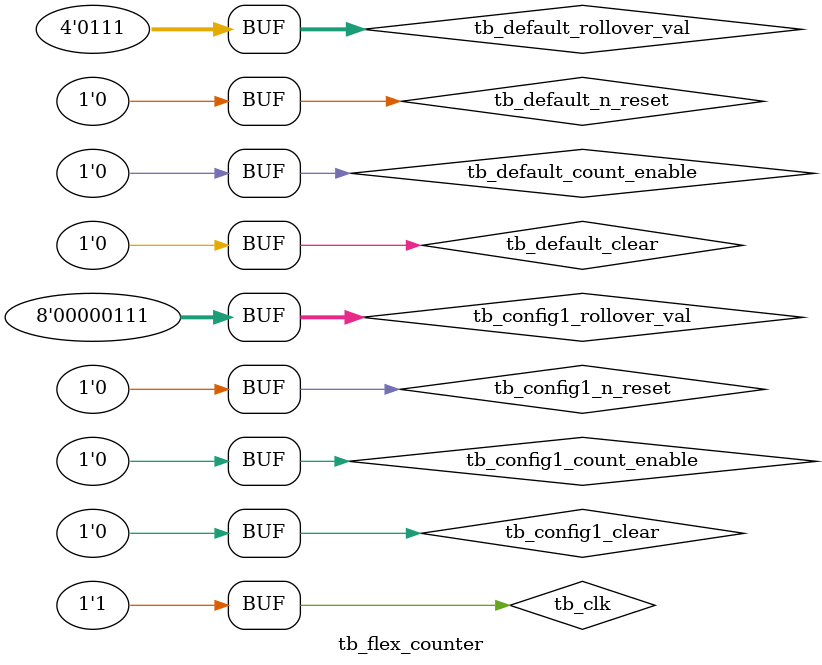
<source format=sv>

`timescale 1ns / 10ps

module tb_flex_counter ();

	// Define parameters
	// basic test bench parameters
	localparam	CLK_PERIOD	= 2.5;
	localparam	CHECK_DELAY = 1; // Check 1ns after the rising edge to allow for propagation delay
	
	// Shared Test Variables
	reg tb_clk;
	
	// Default Config Test Variables & constants
	localparam DEFAULT_SIZE = 4;
	localparam DEFAULT_MAX_BIT = (DEFAULT_SIZE - 1);
	localparam DEFAULT_MSB = 1;
	
	
	reg tb_default_n_reset;
	reg [DEFAULT_MAX_BIT:0] tb_default_rollover_val;
	reg tb_default_clear;
	reg tb_default_count_enable;
	reg [DEFAULT_MAX_BIT:0] tb_default_count_out;
	reg tb_default_rollover_flag;
	
	
	// DUT portmaps
	flex_counter DEFAULT
	(
		.clk(tb_clk),
		.n_rst(tb_default_n_reset),
		.rollover_val(tb_default_rollover_val),
		.clear(tb_default_clear),
		.count_enable(tb_default_count_enable),
		.count_out(tb_default_count_out),
		.rollover_flag(tb_default_rollover_flag)
	);
	

	// Clock generation block
	always
	begin
		tb_clk = 1'b0;
		#(CLK_PERIOD/2.0);
		tb_clk = 1'b1;
		#(CLK_PERIOD/2.0);
	end
	initial
	begin
	  tb_default_rollover_val = 4'b1111;
	  
	  tb_default_n_reset =1;
	  #(CLK_PERIOD);
	  tb_default_n_reset =0;
	   #(CLK_PERIOD);
	  tb_default_n_reset =1;
	  tb_default_count_enable = 1;
	  #(20*CLK_PERIOD);
	 
	  tb_default_n_reset = 0;
	  #(CLK_PERIOD);
	  tb_default_n_reset =1;
	  #(CLK_PERIOD);
	  tb_default_count_enable = 1;
	  #(2*CLK_PERIOD);
	  tb_default_rollover_val = 4'b0000;
	  #(5*CLK_PERIOD);
	  tb_default_clear =1;
	  #(CLK_PERIOD);
	  tb_default_clear = 0;
	  #(CLK_PERIOD);
	  tb_default_rollover_val = 4'b0111;
	  #(20*CLK_PERIOD);
	  tb_default_count_enable =0;
	  #(CLK_PERIOD);
	  tb_default_n_reset = 0;
	  #(CLK_PERIOD); 
	  
	  
	  end
	  
	  localparam CONFIG1_SIZE = 8;
	localparam CONFIG1_MAX_BIT = (CONFIG1_SIZE - 1);
	localparam CONFIG1_MSB = 1;
	
	reg tb_config1_n_reset;
	reg [CONFIG1_MAX_BIT:0] tb_config1_rollover_val;
	reg tb_config1_clear;
	reg tb_config1_count_enable;
	reg [CONFIG1_MAX_BIT:0] tb_config1_count_out;
	reg tb_config1_rollover_flag;
	
	
	// DUT portmaps
	flex_counter CONFIG1
	(
		.clk(tb_clk),
		.n_rst(tb_config1_n_reset),
		.rollover_val(tb_config1_rollover_val),
		.clear(tb_config1_clear),
		.count_enable(tb_config1_count_enable),
		.count_out(tb_config1_count_out),
		.rollover_flag(tb_config1_rollover_flag)
	);
	initial
	begin
	  tb_config1_rollover_val = 8'b00001111;
	  
	  tb_config1_n_reset =1;
	  #(CLK_PERIOD);
	  tb_config1_n_reset =0;
	   #(CLK_PERIOD);
	  tb_config1_n_reset =1;
	  tb_config1_count_enable = 1;
	  #(20*CLK_PERIOD);
	  
	  tb_config1_n_reset = 0;
	  #(CLK_PERIOD);
	   
	  tb_config1_n_reset = 1;
	  #(CLK_PERIOD);
	 
	  tb_config1_count_enable = 1;
	  #(15*CLK_PERIOD);
	  tb_config1_rollover_val = 8'b00000001;
	  #(5*CLK_PERIOD);
	  tb_config1_clear =1;
	  #(CLK_PERIOD);
	  tb_config1_clear = 0;
	  #(CLK_PERIOD);
	  tb_config1_rollover_val = 8'b00000111;
	  #(20*CLK_PERIOD);
	  tb_config1_count_enable =0;
	  #(CLK_PERIOD);
	  tb_config1_n_reset = 0;
	  #(CLK_PERIOD); 
	  
	  
	  end

	  
	/*
	// Default Configuration Test bench main process
	initial
	begin
	  
		// Initialize all of the test inputs
		tb_default_n_reset		= 1'b1;				// Initialize to be inactive
		// Initialize parallel in to be idle values
		for(tb_default_i = 0; tb_default_i < DEFAULT_SIZE; tb_default_i = tb_default_i + 1)
		begin
			tb_default_rollover_val[tb_default_i] = 1'b1;
		end
		tb_default_clear		= 1'b0;				// Initialize to be inactive
		tb_default_count_enable		= 1'b0;				// Initialize to be inactive
		tb_default_test_num 	= 0;
		
		// Power-on Reset of the DUT
		#(0.1);
		tb_default_n_reset	= 1'b0; 	// Need to actually toggle this in order for it to actually run dependent always blocks
		#(CLK_PERIOD * 2.25);	// Release the reset away from a clock edge
		tb_default_n_reset	= 1'b1; 	// Deactivate the chip reset
		
		// Wait for a while to see normal operation
		#(CLK_PERIOD);
		
		
		// Test 1: Check for Proper Reset w/ Idle input
		@(negedge tb_clk); 
		tb_default_test_num = tb_default_test_num + 1;
		tb_default_n_reset = 1'b0;
		for(tb_default_i = 0; tb_default_i < DEFAULT_SIZE; tb_default_i = tb_default_i + 1)
		begin
			tb_default_rollover_val[tb_default_i] = 1'b1;
		end
		tb_default_clear = 1'b0;
		tb_default_count_enable = 1'b0;
		#(CHECK_DELAY);
		if (4'b0000 == tb_default_count_out && 1'b0 == tb_default_rollover_flag)
			$info("Default Test Case %0d:: PASSED", tb_default_test_num);
		else // Test case failed
			$error("Default Test Case %0d:: FAILED", tb_default_test_num);
		
		// Test 2: Check for Proper Reset w/ Active inputs
		@(negedge tb_clk); 
		tb_default_test_num = tb_default_test_num + 1;
		tb_default_n_reset = 1'b0;
		for(tb_default_i = 0; tb_default_i < DEFAULT_SIZE; tb_default_i = tb_default_i + 1)
		begin
			tb_default_rollover_val[tb_default_i] = 1'b0;
		end
		tb_default_count_enable = 1'b1;
		tb_default_clear = 1'b1;
		@(posedge tb_clk);
		@(posedge tb_clk);
		#(CHECK_DELAY);
		if (4'b0000 == tb_default_count_out &&  1'b0 == tb_default_rollover_flag)
			$info("Default Test Case %0d:: PASSED", tb_default_test_num);
		else // Test case failed
			$error("Default Test Case %0d:: FAILED", tb_default_test_num);
			
		
			
		// Test 4: Check for Proper Load Enable Control w/ load enable off and shift enable on
		// Power-on Reset of the DUT (Best case conditions)
		@(negedge tb_clk); 
		tb_default_test_num = tb_default_test_num + 1;
		for(tb_default_i = 0; tb_default_i < DEFAULT_SIZE; tb_default_i = tb_default_i + 1)
		begin
			tb_default_rollover_val[tb_default_i] = 1'b1;
		end
		tb_default_count_enable = 1'b0;
		tb_default_clear = 1'b1;
		tb_default_n_reset	= 1'b1; 	
		#(CLK_PERIOD * 2);
		@(negedge tb_clk);	// Release the reset away from a clock edge
		tb_default_n_reset	= 1'b1;	// Deactivate the chip reset
		// Perform test
		for(tb_default_i = 0; tb_default_i < DEFAULT_SIZE; tb_default_i = tb_default_i + 1)
		begin
			tb_default_rollover_val[tb_default_i] = 1'b0;
		end
		tb_default_count_enable = 1'b0;
		tb_default_clear = 1'b1;
		@(posedge tb_clk);
		#(CHECK_DELAY);
		if (4'b0000 == tb_default_count_out && 1'b0 == tb_default_rollover_flag)
			$info("Default Test Case %0d:: PASSED", tb_default_test_num);
		else // Test case failed
			$error("Default Test Case %0d:: FAILED", tb_default_test_num);
			
		// Test 5: Check for Proper Load Enable Control w/ enable on and shift enable on
		// Power-on Reset of the DUT (Best case conditions)
		@(negedge tb_clk); 
		tb_default_test_num = tb_default_test_num + 1;
		for(tb_default_i = 0; tb_default_i < DEFAULT_SIZE; tb_default_i = tb_default_i + 1)
		begin
			tb_default_rollover_val[tb_default_i] = 1'b1;
		end
		tb_default_clear = 1'b0;
		tb_default_count_enable = 1'b1;
		tb_default_n_reset	= 1'b1; 	
		#(CLK_PERIOD * 2);
		@(negedge tb_clk);	// Release the reset away from a clock edge
		tb_default_n_reset	= 1'b1;	// Deactivate the chip reset
		// Perform test
		for(tb_default_i = 0; tb_default_i < DEFAULT_SIZE; tb_default_i = tb_default_i + 1)
		begin
			tb_default_rollover_val[tb_default_i] = 1'b1;
		end
		tb_default_clear = 1'b0;
		tb_default_count_enable = 1'b1;
		@(posedge tb_clk);
		#(CHECK_DELAY);
		if (1'b1 == tb_default_count_out[DEFAULT_MAX_BIT])
			$info("Default Test Case %0d:: PASSED", tb_default_test_num);
		else // Test case failed
			$error("Default Test Case %0d:: FAILED", tb_default_test_num);
			end*/
	endmodule	
</source>
